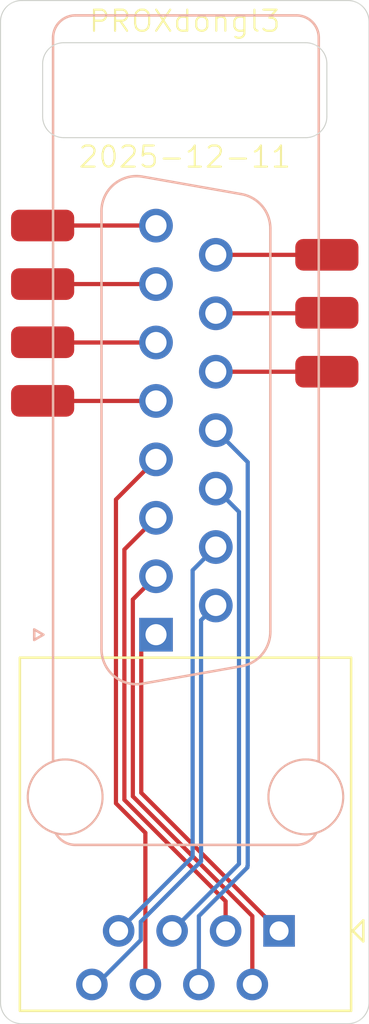
<source format=kicad_pcb>
(kicad_pcb (version 20241229) (generator "pcbnew") (generator_version "9.0")
  (layers (0 "F.Cu" signal) (2 "B.Cu" signal) (13 "F.Paste" user) (15 "B.Paste" user) (5 "F.SilkS" user "F.Silkscreen") (7 "B.SilkS" user "B.Silkscreen") (1 "F.Mask" user) (3 "B.Mask" user) (25 "Edge.Cuts" user))
  (net 0 "")
  (net 1 "Net-(J1-P14)")
  (net 2 "/ETH7")
  (net 3 "/ETH6")
  (net 4 "Net-(J1-P15)")
  (net 5 "/ETH1")
  (net 6 "Net-(J1-Pad7)")
  (net 7 "/ETH8")
  (net 8 "/ETH5")
  (net 9 "Net-(J1-Pad8)")
  (net 10 "Net-(J1-P13)")
  (net 11 "/ETH4")
  (net 12 "/ETH3")
  (net 13 "Net-(J1-Pad6)")
  (net 14 "/ETH2")
  (net 15 "Net-(J1-Pad5)")
  (footprint "Connector_Wire:SolderWirePad_1x01_SMD_1.5x3mm" (layer "F.Cu") (at 115.5 67.594503 90)
    (property "Reference" "TP5" (hide yes))
    (property "Value" "TestPoint" (hide yes))
    (pad "1" smd roundrect (at 0 0 90) (size 1.5 3) (layers "F.Cu" "F.Mask") (net 10 "Net-(J1-P13)"))
  )
  (footprint "Connector_Wire:SolderWirePad_1x01_SMD_1.5x3mm" (layer "F.Cu") (at 102 66.198975 90)
    (property "Reference" "TP2" (hide yes))
    (property "Value" "TestPoint" (hide yes))
    (pad "1" smd roundrect (at 0 0 90) (size 1.5 3) (layers "F.Cu" "F.Mask") (net 13 "Net-(J1-Pad6)"))
  )
  (footprint "Connector_Wire:SolderWirePad_1x01_SMD_1.5x3mm" (layer "F.Cu") (at 102 68.975767 90)
    (property "Reference" "TP1" (hide yes))
    (property "Value" "TestPoint" (hide yes))
    (pad "1" smd roundrect (at 0 0 90) (size 1.5 3) (layers "F.Cu" "F.Mask") (net 15 "Net-(J1-Pad5)"))
  )
  (footprint "Connector_Wire:SolderWirePad_1x01_SMD_1.5x3mm" (layer "F.Cu") (at 115.5 62.053191 90)
    (property "Reference" "TP7" (hide yes))
    (property "Value" "TestPoint" (hide yes))
    (pad "1" smd roundrect (at 0 0 90) (size 1.5 3) (layers "F.Cu" "F.Mask") (net 4 "Net-(J1-P15)"))
  )
  (footprint "Connector_Wire:SolderWirePad_1x01_SMD_1.5x3mm" (layer "F.Cu") (at 102 63.441467 90)
    (property "Reference" "TP3" (hide yes))
    (property "Value" "TestPoint" (hide yes))
    (pad "1" smd roundrect (at 0 0 90) (size 1.5 3) (layers "F.Cu" "F.Mask") (net 6 "Net-(J1-Pad7)"))
  )
  (footprint "Connector_Wire:SolderWirePad_1x01_SMD_1.5x3mm" (layer "F.Cu") (at 102 60.664675 90)
    (property "Reference" "TP4" (hide yes))
    (property "Value" "TestPoint" (hide yes))
    (pad "1" smd roundrect (at 0 0 90) (size 1.5 3) (layers "F.Cu" "F.Mask") (net 9 "Net-(J1-Pad8)"))
  )
  (footprint "Connector_Wire:SolderWirePad_1x01_SMD_1.5x3mm" (layer "F.Cu") (at 115.5 64.8 90)
    (property "Reference" "TP6" (hide yes))
    (property "Value" "TestPoint" (hide yes))
    (pad "1" smd roundrect (at 0 0 90) (size 1.5 3) (layers "F.Cu" "F.Mask") (net 1 "Net-(J1-P14)"))
  )
  (footprint "Connector_RJ:RJ45_OST_PJ012-8P8CX_Vertical" (layer "F.Cu") (at 113.23 94.1 180)
    (property "Reference" "J2" (hide yes))
    (property "Value" "RJ45" (hide yes))
    (fp_line (start 12.31 12.95) (end -3.42 12.95) (stroke (width 0.12)) (layer "F.SilkS"))
    (fp_line (start 12.31 -3.79) (end 12.31 12.95) (stroke (width 0.12)) (layer "F.SilkS"))
    (fp_line (start 12.3 -3.79) (end -3.42 -3.79) (stroke (width 0.12)) (layer "F.SilkS"))
    (fp_line (start -3.42 -3.79) (end -3.42 12.95) (stroke (width 0.12)) (layer "F.SilkS"))
    (fp_line (start -3.5 0) (end -4 -0.5) (stroke (width 0.12)) (layer "F.SilkS"))
    (fp_line (start -4 0.5) (end -3.5 0) (stroke (width 0.12)) (layer "F.SilkS"))
    (fp_line (start -4 -0.5) (end -4 0.5) (stroke (width 0.12)) (layer "F.SilkS"))
    (pad "" np_thru_hole circle (at -1.27 6.35 180) (size 3.65 3.65) (drill 3.45) (layers "*.Cu" "*.SilkS" "*.Mask"))
    (pad "" np_thru_hole circle (at 10.16 6.35 180) (size 3.65 3.65) (drill 3.45) (layers "*.Cu" "*.SilkS" "*.Mask"))
    (pad "1" thru_hole rect (at 0 0 180) (size 1.5 1.5) (drill 0.9) (layers "*.Cu" "*.Mask") (net 5 "/ETH1"))
    (pad "2" thru_hole circle (at 1.27 -2.54 180) (size 1.5 1.5) (drill 0.9) (layers "*.Cu" "*.Mask") (net 14 "/ETH2"))
    (pad "3" thru_hole circle (at 2.54 0 180) (size 1.5 1.5) (drill 0.9) (layers "*.Cu" "*.Mask") (net 12 "/ETH3"))
    (pad "4" thru_hole circle (at 3.81 -2.54 180) (size 1.5 1.5) (drill 0.9) (layers "*.Cu" "*.Mask") (net 11 "/ETH4"))
    (pad "5" thru_hole circle (at 5.08 0 180) (size 1.5 1.5) (drill 0.9) (layers "*.Cu" "*.Mask") (net 8 "/ETH5"))
    (pad "6" thru_hole circle (at 6.35 -2.54 180) (size 1.5 1.5) (drill 0.9) (layers "*.Cu" "*.Mask") (net 3 "/ETH6"))
    (pad "7" thru_hole circle (at 7.62 0 180) (size 1.5 1.5) (drill 0.9) (layers "*.Cu" "*.Mask") (net 2 "/ETH7"))
    (pad "8" thru_hole circle (at 8.89 -2.54 180) (size 1.5 1.5) (drill 0.9) (layers "*.Cu" "*.Mask") (net 7 "/ETH8"))
  )
  (footprint "Connector_Dsub:DSUB-15_Socket_Vertical_P2.77x2.84mm" (layer "B.Cu") (at 107.385 80.06 -90)
    (property "Reference" "J1" (hide yes))
    (property "Value" "DA15_Socket" (hide yes))
    (fp_line (start -0.25 5.784338) (end 0.25 5.784338) (stroke (width 0.12)) (layer "B.SilkS"))
    (fp_line (start 0.25 5.784338) (end 0 5.351325) (stroke (width 0.12)) (layer "B.SilkS"))
    (fp_line (start 0 5.351325) (end -0.25 5.784338) (stroke (width 0.12)) (layer "B.SilkS"))
    (fp_line (start -28.295 4.89) (end 8.905 4.89) (stroke (width 0.12)) (layer "B.SilkS"))
    (fp_line (start 9.965 3.83) (end 9.965 -6.67) (stroke (width 0.12)) (layer "B.SilkS"))
    (fp_line (start -20.076689 2.59) (end 0.686689 2.59) (stroke (width 0.12)) (layer "B.SilkS"))
    (fp_line (start 2.32147 0.641744) (end 1.492733 -4.058256) (stroke (width 0.12)) (layer "B.SilkS"))
    (fp_line (start -20.882733 -4.058256) (end -21.71147 0.641744) (stroke (width 0.12)) (layer "B.SilkS"))
    (fp_line (start -0.142048 -5.43) (end -19.247952 -5.43) (stroke (width 0.12)) (layer "B.SilkS"))
    (fp_line (start -29.355 -6.67) (end -29.355 3.83) (stroke (width 0.12)) (layer "B.SilkS"))
    (fp_line (start 8.905 -7.73) (end -28.295 -7.73) (stroke (width 0.12)) (layer "B.SilkS"))
    (fp_arc (start -28.295 4.89) (mid -29.044533 4.579533) (end -29.355 3.83) (stroke (width 0.12)) (layer "B.SilkS"))
    (fp_arc (start 9.965 3.83) (mid 9.654533 4.579533) (end 8.905 4.89) (stroke (width 0.12)) (layer "B.SilkS"))
    (fp_arc (start -20.076689 2.59) (mid -21.348323 1.997027) (end -21.71147 0.641744) (stroke (width 0.12)) (layer "B.SilkS"))
    (fp_arc (start 2.32147 0.641744) (mid 1.958323 1.997027) (end 0.686689 2.59) (stroke (width 0.12)) (layer "B.SilkS"))
    (fp_arc (start -20.882733 -4.058256) (mid -20.31498 -5.041634) (end -19.247952 -5.43) (stroke (width 0.12)) (layer "B.SilkS"))
    (fp_arc (start -0.142048 -5.43) (mid 0.92498 -5.041634) (end 1.492733 -4.058256) (stroke (width 0.12)) (layer "B.SilkS"))
    (fp_arc (start -29.355 -6.67) (mid -29.044533 -7.419533) (end -28.295 -7.73) (stroke (width 0.12)) (layer "B.SilkS"))
    (fp_arc (start 8.905 -7.73) (mid 9.654533 -7.419533) (end 9.965 -6.67) (stroke (width 0.12)) (layer "B.SilkS"))
    (pad "1" thru_hole rect (at 0 0 270) (size 1.6 1.6) (drill 1) (layers "*.Cu" "*.Mask") (net 5 "/ETH1"))
    (pad "2" thru_hole circle (at -2.77 0 270) (size 1.6 1.6) (drill 1) (layers "*.Cu" "*.Mask") (net 14 "/ETH2"))
    (pad "3" thru_hole circle (at -5.54 0 270) (size 1.6 1.6) (drill 1) (layers "*.Cu" "*.Mask") (net 12 "/ETH3"))
    (pad "4" thru_hole circle (at -8.31 0 270) (size 1.6 1.6) (drill 1) (layers "*.Cu" "*.Mask") (net 3 "/ETH6"))
    (pad "5" thru_hole circle (at -11.08 0 270) (size 1.6 1.6) (drill 1) (layers "*.Cu" "*.Mask") (net 15 "Net-(J1-Pad5)"))
    (pad "6" thru_hole circle (at -13.85 0 270) (size 1.6 1.6) (drill 1) (layers "*.Cu" "*.Mask") (net 13 "Net-(J1-Pad6)"))
    (pad "7" thru_hole circle (at -16.62 0 270) (size 1.6 1.6) (drill 1) (layers "*.Cu" "*.Mask") (net 6 "Net-(J1-Pad7)"))
    (pad "8" thru_hole circle (at -19.39 0 270) (size 1.6 1.6) (drill 1) (layers "*.Cu" "*.Mask") (net 9 "Net-(J1-Pad8)"))
    (pad "9" thru_hole circle (at -1.385 -2.84 270) (size 1.6 1.6) (drill 1) (layers "*.Cu" "*.Mask") (net 7 "/ETH8"))
    (pad "10" thru_hole circle (at -4.155 -2.84 270) (size 1.6 1.6) (drill 1) (layers "*.Cu" "*.Mask") (net 2 "/ETH7"))
    (pad "11" thru_hole circle (at -6.925 -2.84 270) (size 1.6 1.6) (drill 1) (layers "*.Cu" "*.Mask") (net 8 "/ETH5"))
    (pad "12" thru_hole circle (at -9.695 -2.84 270) (size 1.6 1.6) (drill 1) (layers "*.Cu" "*.Mask") (net 11 "/ETH4"))
    (pad "13" thru_hole circle (at -12.465 -2.84 270) (size 1.6 1.6) (drill 1) (layers "*.Cu" "*.Mask") (net 10 "Net-(J1-P13)"))
    (pad "14" thru_hole circle (at -15.235 -2.84 270) (size 1.6 1.6) (drill 1) (layers "*.Cu" "*.Mask") (net 1 "Net-(J1-P14)"))
    (pad "15" thru_hole circle (at -18.005 -2.84 270) (size 1.6 1.6) (drill 1) (layers "*.Cu" "*.Mask") (net 4 "Net-(J1-P15)"))
  )
  (gr_line (start 114.5 56.5) (end 103 56.5) (stroke (width 0.05)) (layer "Edge.Cuts"))
  (gr_line (start 100 97.5) (end 100 51) (stroke (width 0.05)) (layer "Edge.Cuts"))
  (gr_line (start 117.5 51) (end 117.5 97.5) (stroke (width 0.05)) (layer "Edge.Cuts"))
  (gr_arc (start 115.5 55.5) (mid 115.207107 56.207107) (end 114.5 56.5) (stroke (width 0.05)) (layer "Edge.Cuts"))
  (gr_line (start 101 50) (end 116.5 50) (stroke (width 0.05)) (layer "Edge.Cuts"))
  (gr_arc (start 116.5 50) (mid 117.207107 50.292893) (end 117.5 51) (stroke (width 0.05)) (layer "Edge.Cuts"))
  (gr_arc (start 114.5 52) (mid 115.207107 52.292893) (end 115.5 53) (stroke (width 0.05)) (layer "Edge.Cuts"))
  (gr_arc (start 101 98.5) (mid 100.292893 98.207107) (end 100 97.5) (stroke (width 0.05)) (layer "Edge.Cuts"))
  (gr_line (start 102 55.5) (end 102 53) (stroke (width 0.05)) (layer "Edge.Cuts"))
  (gr_line (start 116.5 98.5) (end 101 98.5) (stroke (width 0.05)) (layer "Edge.Cuts"))
  (gr_line (start 103 52) (end 114.5 52) (stroke (width 0.05)) (layer "Edge.Cuts"))
  (gr_arc (start 102 53) (mid 102.292893 52.292893) (end 103 52) (stroke (width 0.05)) (layer "Edge.Cuts"))
  (gr_line (start 115.5 53) (end 115.5 55.5) (stroke (width 0.05)) (layer "Edge.Cuts"))
  (gr_arc (start 117.5 97.5) (mid 117.207107 98.207107) (end 116.5 98.5) (stroke (width 0.05)) (layer "Edge.Cuts"))
  (gr_arc (start 103 56.5) (mid 102.292893 56.207107) (end 102 55.5) (stroke (width 0.05)) (layer "Edge.Cuts"))
  (gr_arc (start 100 51) (mid 100.292893 50.292893) (end 101 50) (stroke (width 0.05)) (layer "Edge.Cuts"))
  (gr_text "PROXdongl3\n\n\n\n2025-12-11" (at 108.75 58 0) (layer "F.SilkS") (effects (font (size 1 1) (thickness 0.1)) (justify bottom)))
  (segment (start 110.225 64.825) (end 115.475 64.825) (width 0.2) (layer "F.Cu") (net 1))
  (segment (start 115.475 64.825) (end 115.5 64.8) (width 0.2) (layer "F.Cu") (net 1))
  (segment (start 109.124 90.586) (end 105.61 94.1) (width 0.2) (layer "B.Cu") (net 2))
  (segment (start 109.124 77.006) (end 109.124 90.586) (width 0.2) (layer "B.Cu") (net 2))
  (segment (start 105.61 94.1) (end 105.5 93.99) (width 0.2) (layer "B.Cu") (net 2))
  (segment (start 110.225 75.905) (end 109.124 77.006) (width 0.2) (layer "B.Cu") (net 2))
  (segment (start 106.88 96.64) (end 106.88 89.4513) (width 0.2) (layer "F.Cu") (net 3))
  (segment (start 105.482 88.0533) (end 105.482 73.653) (width 0.2) (layer "F.Cu") (net 3))
  (segment (start 106.88 89.4513) (end 105.482 88.0533) (width 0.2) (layer "F.Cu") (net 3))
  (segment (start 105.482 73.653) (end 107.385 71.75) (width 0.2) (layer "F.Cu") (net 3))
  (segment (start 115.498191 62.055) (end 115.5 62.053191) (width 0.2) (layer "F.Cu") (net 4))
  (segment (start 110.225 62.055) (end 115.498191 62.055) (width 0.2) (layer "F.Cu") (net 4))
  (segment (start 107.385 80.06) (end 106.685 80.76) (width 0.2) (layer "F.Cu") (net 5))
  (segment (start 106.685 87.555) (end 113.23 94.1) (width 0.2) (layer "F.Cu") (net 5))
  (segment (start 106.685 80.76) (end 106.685 87.555) (width 0.2) (layer "F.Cu") (net 5))
  (segment (start 107.385 63.44) (end 100.939521 63.44) (width 0.2) (layer "F.Cu") (net 6))
  (segment (start 100.939521 63.44) (end 100.938054 63.441467) (width 0.2) (layer "F.Cu") (net 6))
  (segment (start 109.525 90.800661) (end 106.661 93.664661) (width 0.2) (layer "B.Cu") (net 7))
  (segment (start 110.225 78.675) (end 109.525 79.375) (width 0.2) (layer "B.Cu") (net 7))
  (segment (start 109.525 79.375) (end 109.525 90.800661) (width 0.2) (layer "B.Cu") (net 7))
  (segment (start 106.661 93.664661) (end 106.661 94.535339) (width 0.2) (layer "B.Cu") (net 7))
  (segment (start 106.661 94.535339) (end 104.556339 96.64) (width 0.2) (layer "B.Cu") (net 7))
  (segment (start 104.556339 96.64) (end 104.34 96.64) (width 0.2) (layer "B.Cu") (net 7))
  (segment (start 111.326 74.236) (end 111.326 90.924) (width 0.2) (layer "B.Cu") (net 8))
  (segment (start 110.225 73.135) (end 111.326 74.236) (width 0.2) (layer "B.Cu") (net 8))
  (segment (start 111.326 90.924) (end 108.15 94.1) (width 0.2) (layer "B.Cu") (net 8))
  (segment (start 100.938054 60.664675) (end 107.379675 60.664675) (width 0.2) (layer "F.Cu") (net 9))
  (segment (start 107.379675 60.664675) (end 107.385 60.67) (width 0.2) (layer "F.Cu") (net 9))
  (segment (start 110.225 67.595) (end 115.499503 67.595) (width 0.2) (layer "F.Cu") (net 10))
  (segment (start 115.499503 67.595) (end 115.5 67.594503) (width 0.2) (layer "F.Cu") (net 10))
  (segment (start 111.741 71.881) (end 111.741 91.009) (width 0.2) (layer "B.Cu") (net 11))
  (segment (start 111.741 91.009) (end 111.727 91.023) (width 0.2) (layer "B.Cu") (net 11))
  (segment (start 111.727 91.0901) (end 109.42 93.3971) (width 0.2) (layer "B.Cu") (net 11))
  (segment (start 111.727 91.023) (end 111.727 91.0901) (width 0.2) (layer "B.Cu") (net 11))
  (segment (start 110.225 70.365) (end 111.741 71.881) (width 0.2) (layer "B.Cu") (net 11))
  (segment (start 109.42 93.3971) (end 109.42 96.64) (width 0.2) (layer "B.Cu") (net 11))
  (segment (start 110.69 94.1) (end 110.69 92.6942) (width 0.2) (layer "F.Cu") (net 12))
  (segment (start 110.69 92.6942) (end 105.883 87.8872) (width 0.2) (layer "F.Cu") (net 12))
  (segment (start 105.883 76.022) (end 107.385 74.52) (width 0.2) (layer "F.Cu") (net 12))
  (segment (start 105.883 87.8872) (end 105.883 76.022) (width 0.2) (layer "F.Cu") (net 12))
  (segment (start 107.385 66.21) (end 100.949079 66.21) (width 0.2) (layer "F.Cu") (net 13))
  (segment (start 100.949079 66.21) (end 100.938054 66.198975) (width 0.2) (layer "F.Cu") (net 13))
  (segment (start 111.96 96.64) (end 111.96 93.3971) (width 0.2) (layer "F.Cu") (net 14))
  (segment (start 111.96 93.3971) (end 106.284 87.7211) (width 0.2) (layer "F.Cu") (net 14))
  (segment (start 106.284 78.391) (end 107.385 77.29) (width 0.2) (layer "F.Cu") (net 14))
  (segment (start 106.284 87.7211) (end 106.284 78.391) (width 0.2) (layer "F.Cu") (net 14))
  (segment (start 107.385 68.98) (end 100.942287 68.98) (width 0.2) (layer "F.Cu") (net 15))
  (segment (start 100.942287 68.98) (end 100.938054 68.975767) (width 0.2) (layer "F.Cu") (net 15))
)
</source>
